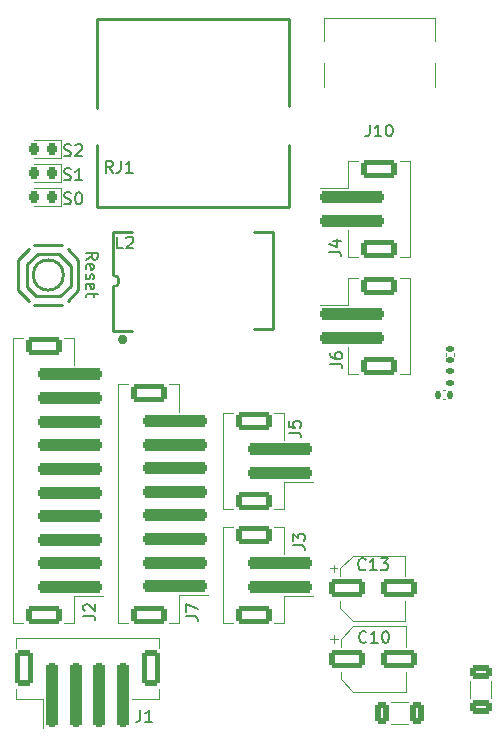
<source format=gbr>
%TF.GenerationSoftware,KiCad,Pcbnew,8.0.0*%
%TF.CreationDate,2024-03-22T12:56:57+01:00*%
%TF.ProjectId,WCH-ETH-LOW,5743482d-4554-4482-9d4c-4f572e6b6963,rev?*%
%TF.SameCoordinates,Original*%
%TF.FileFunction,Legend,Top*%
%TF.FilePolarity,Positive*%
%FSLAX46Y46*%
G04 Gerber Fmt 4.6, Leading zero omitted, Abs format (unit mm)*
G04 Created by KiCad (PCBNEW 8.0.0) date 2024-03-22 12:56:57*
%MOMM*%
%LPD*%
G01*
G04 APERTURE LIST*
G04 Aperture macros list*
%AMRoundRect*
0 Rectangle with rounded corners*
0 $1 Rounding radius*
0 $2 $3 $4 $5 $6 $7 $8 $9 X,Y pos of 4 corners*
0 Add a 4 corners polygon primitive as box body*
4,1,4,$2,$3,$4,$5,$6,$7,$8,$9,$2,$3,0*
0 Add four circle primitives for the rounded corners*
1,1,$1+$1,$2,$3*
1,1,$1+$1,$4,$5*
1,1,$1+$1,$6,$7*
1,1,$1+$1,$8,$9*
0 Add four rect primitives between the rounded corners*
20,1,$1+$1,$2,$3,$4,$5,0*
20,1,$1+$1,$4,$5,$6,$7,0*
20,1,$1+$1,$6,$7,$8,$9,0*
20,1,$1+$1,$8,$9,$2,$3,0*%
G04 Aperture macros list end*
%ADD10C,0.150000*%
%ADD11C,0.120000*%
%ADD12C,0.250000*%
%ADD13C,0.400000*%
%ADD14RoundRect,0.250000X2.500000X-0.250000X2.500000X0.250000X-2.500000X0.250000X-2.500000X-0.250000X0*%
%ADD15RoundRect,0.250000X1.250000X-0.550000X1.250000X0.550000X-1.250000X0.550000X-1.250000X-0.550000X0*%
%ADD16RoundRect,0.250000X-2.500000X0.250000X-2.500000X-0.250000X2.500000X-0.250000X2.500000X0.250000X0*%
%ADD17RoundRect,0.250000X-1.250000X0.550000X-1.250000X-0.550000X1.250000X-0.550000X1.250000X0.550000X0*%
%ADD18RoundRect,0.218750X0.218750X0.256250X-0.218750X0.256250X-0.218750X-0.256250X0.218750X-0.256250X0*%
%ADD19RoundRect,0.147500X-0.172500X0.147500X-0.172500X-0.147500X0.172500X-0.147500X0.172500X0.147500X0*%
%ADD20C,0.650000*%
%ADD21R,0.600000X1.450000*%
%ADD22R,0.300000X1.450000*%
%ADD23O,1.000000X2.100000*%
%ADD24O,1.000000X1.600000*%
%ADD25C,3.200000*%
%ADD26R,0.750000X2.000000*%
%ADD27C,3.600000*%
%ADD28C,5.600000*%
%ADD29RoundRect,0.250000X-0.650000X0.325000X-0.650000X-0.325000X0.650000X-0.325000X0.650000X0.325000X0*%
%ADD30RoundRect,0.250000X-1.250000X-0.550000X1.250000X-0.550000X1.250000X0.550000X-1.250000X0.550000X0*%
%ADD31RoundRect,0.140000X0.170000X-0.140000X0.170000X0.140000X-0.170000X0.140000X-0.170000X-0.140000X0*%
%ADD32RoundRect,0.140000X0.140000X0.170000X-0.140000X0.170000X-0.140000X-0.170000X0.140000X-0.170000X0*%
%ADD33C,2.500000*%
%ADD34C,1.520000*%
%ADD35C,3.300000*%
%ADD36C,1.524000*%
%ADD37RoundRect,0.250000X0.325000X0.650000X-0.325000X0.650000X-0.325000X-0.650000X0.325000X-0.650000X0*%
%ADD38R,1.000000X1.700000*%
%ADD39RoundRect,0.250000X-0.250000X-2.500000X0.250000X-2.500000X0.250000X2.500000X-0.250000X2.500000X0*%
%ADD40RoundRect,0.250000X-0.550000X-1.250000X0.550000X-1.250000X0.550000X1.250000X-0.550000X1.250000X0*%
%ADD41C,0.990600*%
G04 APERTURE END LIST*
D10*
X78990160Y-82345200D02*
X79133017Y-82392819D01*
X79133017Y-82392819D02*
X79371112Y-82392819D01*
X79371112Y-82392819D02*
X79466350Y-82345200D01*
X79466350Y-82345200D02*
X79513969Y-82297580D01*
X79513969Y-82297580D02*
X79561588Y-82202342D01*
X79561588Y-82202342D02*
X79561588Y-82107104D01*
X79561588Y-82107104D02*
X79513969Y-82011866D01*
X79513969Y-82011866D02*
X79466350Y-81964247D01*
X79466350Y-81964247D02*
X79371112Y-81916628D01*
X79371112Y-81916628D02*
X79180636Y-81869009D01*
X79180636Y-81869009D02*
X79085398Y-81821390D01*
X79085398Y-81821390D02*
X79037779Y-81773771D01*
X79037779Y-81773771D02*
X78990160Y-81678533D01*
X78990160Y-81678533D02*
X78990160Y-81583295D01*
X78990160Y-81583295D02*
X79037779Y-81488057D01*
X79037779Y-81488057D02*
X79085398Y-81440438D01*
X79085398Y-81440438D02*
X79180636Y-81392819D01*
X79180636Y-81392819D02*
X79418731Y-81392819D01*
X79418731Y-81392819D02*
X79561588Y-81440438D01*
X79942541Y-81488057D02*
X79990160Y-81440438D01*
X79990160Y-81440438D02*
X80085398Y-81392819D01*
X80085398Y-81392819D02*
X80323493Y-81392819D01*
X80323493Y-81392819D02*
X80418731Y-81440438D01*
X80418731Y-81440438D02*
X80466350Y-81488057D01*
X80466350Y-81488057D02*
X80513969Y-81583295D01*
X80513969Y-81583295D02*
X80513969Y-81678533D01*
X80513969Y-81678533D02*
X80466350Y-81821390D01*
X80466350Y-81821390D02*
X79894922Y-82392819D01*
X79894922Y-82392819D02*
X80513969Y-82392819D01*
X78990160Y-86409200D02*
X79133017Y-86456819D01*
X79133017Y-86456819D02*
X79371112Y-86456819D01*
X79371112Y-86456819D02*
X79466350Y-86409200D01*
X79466350Y-86409200D02*
X79513969Y-86361580D01*
X79513969Y-86361580D02*
X79561588Y-86266342D01*
X79561588Y-86266342D02*
X79561588Y-86171104D01*
X79561588Y-86171104D02*
X79513969Y-86075866D01*
X79513969Y-86075866D02*
X79466350Y-86028247D01*
X79466350Y-86028247D02*
X79371112Y-85980628D01*
X79371112Y-85980628D02*
X79180636Y-85933009D01*
X79180636Y-85933009D02*
X79085398Y-85885390D01*
X79085398Y-85885390D02*
X79037779Y-85837771D01*
X79037779Y-85837771D02*
X78990160Y-85742533D01*
X78990160Y-85742533D02*
X78990160Y-85647295D01*
X78990160Y-85647295D02*
X79037779Y-85552057D01*
X79037779Y-85552057D02*
X79085398Y-85504438D01*
X79085398Y-85504438D02*
X79180636Y-85456819D01*
X79180636Y-85456819D02*
X79418731Y-85456819D01*
X79418731Y-85456819D02*
X79561588Y-85504438D01*
X80180636Y-85456819D02*
X80275874Y-85456819D01*
X80275874Y-85456819D02*
X80371112Y-85504438D01*
X80371112Y-85504438D02*
X80418731Y-85552057D01*
X80418731Y-85552057D02*
X80466350Y-85647295D01*
X80466350Y-85647295D02*
X80513969Y-85837771D01*
X80513969Y-85837771D02*
X80513969Y-86075866D01*
X80513969Y-86075866D02*
X80466350Y-86266342D01*
X80466350Y-86266342D02*
X80418731Y-86361580D01*
X80418731Y-86361580D02*
X80371112Y-86409200D01*
X80371112Y-86409200D02*
X80275874Y-86456819D01*
X80275874Y-86456819D02*
X80180636Y-86456819D01*
X80180636Y-86456819D02*
X80085398Y-86409200D01*
X80085398Y-86409200D02*
X80037779Y-86361580D01*
X80037779Y-86361580D02*
X79990160Y-86266342D01*
X79990160Y-86266342D02*
X79942541Y-86075866D01*
X79942541Y-86075866D02*
X79942541Y-85837771D01*
X79942541Y-85837771D02*
X79990160Y-85647295D01*
X79990160Y-85647295D02*
X80037779Y-85552057D01*
X80037779Y-85552057D02*
X80085398Y-85504438D01*
X80085398Y-85504438D02*
X80180636Y-85456819D01*
X78990160Y-84377200D02*
X79133017Y-84424819D01*
X79133017Y-84424819D02*
X79371112Y-84424819D01*
X79371112Y-84424819D02*
X79466350Y-84377200D01*
X79466350Y-84377200D02*
X79513969Y-84329580D01*
X79513969Y-84329580D02*
X79561588Y-84234342D01*
X79561588Y-84234342D02*
X79561588Y-84139104D01*
X79561588Y-84139104D02*
X79513969Y-84043866D01*
X79513969Y-84043866D02*
X79466350Y-83996247D01*
X79466350Y-83996247D02*
X79371112Y-83948628D01*
X79371112Y-83948628D02*
X79180636Y-83901009D01*
X79180636Y-83901009D02*
X79085398Y-83853390D01*
X79085398Y-83853390D02*
X79037779Y-83805771D01*
X79037779Y-83805771D02*
X78990160Y-83710533D01*
X78990160Y-83710533D02*
X78990160Y-83615295D01*
X78990160Y-83615295D02*
X79037779Y-83520057D01*
X79037779Y-83520057D02*
X79085398Y-83472438D01*
X79085398Y-83472438D02*
X79180636Y-83424819D01*
X79180636Y-83424819D02*
X79418731Y-83424819D01*
X79418731Y-83424819D02*
X79561588Y-83472438D01*
X80513969Y-84424819D02*
X79942541Y-84424819D01*
X80228255Y-84424819D02*
X80228255Y-83424819D01*
X80228255Y-83424819D02*
X80133017Y-83567676D01*
X80133017Y-83567676D02*
X80037779Y-83662914D01*
X80037779Y-83662914D02*
X79942541Y-83710533D01*
X80836680Y-91142965D02*
X81312871Y-90809632D01*
X80836680Y-90571537D02*
X81836680Y-90571537D01*
X81836680Y-90571537D02*
X81836680Y-90952489D01*
X81836680Y-90952489D02*
X81789061Y-91047727D01*
X81789061Y-91047727D02*
X81741442Y-91095346D01*
X81741442Y-91095346D02*
X81646204Y-91142965D01*
X81646204Y-91142965D02*
X81503347Y-91142965D01*
X81503347Y-91142965D02*
X81408109Y-91095346D01*
X81408109Y-91095346D02*
X81360490Y-91047727D01*
X81360490Y-91047727D02*
X81312871Y-90952489D01*
X81312871Y-90952489D02*
X81312871Y-90571537D01*
X80884300Y-91952489D02*
X80836680Y-91857251D01*
X80836680Y-91857251D02*
X80836680Y-91666775D01*
X80836680Y-91666775D02*
X80884300Y-91571537D01*
X80884300Y-91571537D02*
X80979538Y-91523918D01*
X80979538Y-91523918D02*
X81360490Y-91523918D01*
X81360490Y-91523918D02*
X81455728Y-91571537D01*
X81455728Y-91571537D02*
X81503347Y-91666775D01*
X81503347Y-91666775D02*
X81503347Y-91857251D01*
X81503347Y-91857251D02*
X81455728Y-91952489D01*
X81455728Y-91952489D02*
X81360490Y-92000108D01*
X81360490Y-92000108D02*
X81265252Y-92000108D01*
X81265252Y-92000108D02*
X81170014Y-91523918D01*
X80884300Y-92381061D02*
X80836680Y-92476299D01*
X80836680Y-92476299D02*
X80836680Y-92666775D01*
X80836680Y-92666775D02*
X80884300Y-92762013D01*
X80884300Y-92762013D02*
X80979538Y-92809632D01*
X80979538Y-92809632D02*
X81027157Y-92809632D01*
X81027157Y-92809632D02*
X81122395Y-92762013D01*
X81122395Y-92762013D02*
X81170014Y-92666775D01*
X81170014Y-92666775D02*
X81170014Y-92523918D01*
X81170014Y-92523918D02*
X81217633Y-92428680D01*
X81217633Y-92428680D02*
X81312871Y-92381061D01*
X81312871Y-92381061D02*
X81360490Y-92381061D01*
X81360490Y-92381061D02*
X81455728Y-92428680D01*
X81455728Y-92428680D02*
X81503347Y-92523918D01*
X81503347Y-92523918D02*
X81503347Y-92666775D01*
X81503347Y-92666775D02*
X81455728Y-92762013D01*
X80884300Y-93619156D02*
X80836680Y-93523918D01*
X80836680Y-93523918D02*
X80836680Y-93333442D01*
X80836680Y-93333442D02*
X80884300Y-93238204D01*
X80884300Y-93238204D02*
X80979538Y-93190585D01*
X80979538Y-93190585D02*
X81360490Y-93190585D01*
X81360490Y-93190585D02*
X81455728Y-93238204D01*
X81455728Y-93238204D02*
X81503347Y-93333442D01*
X81503347Y-93333442D02*
X81503347Y-93523918D01*
X81503347Y-93523918D02*
X81455728Y-93619156D01*
X81455728Y-93619156D02*
X81360490Y-93666775D01*
X81360490Y-93666775D02*
X81265252Y-93666775D01*
X81265252Y-93666775D02*
X81170014Y-93190585D01*
X81503347Y-93952490D02*
X81503347Y-94333442D01*
X81836680Y-94095347D02*
X80979538Y-94095347D01*
X80979538Y-94095347D02*
X80884300Y-94142966D01*
X80884300Y-94142966D02*
X80836680Y-94238204D01*
X80836680Y-94238204D02*
X80836680Y-94333442D01*
X80633219Y-121313533D02*
X81347504Y-121313533D01*
X81347504Y-121313533D02*
X81490361Y-121361152D01*
X81490361Y-121361152D02*
X81585600Y-121456390D01*
X81585600Y-121456390D02*
X81633219Y-121599247D01*
X81633219Y-121599247D02*
X81633219Y-121694485D01*
X80728457Y-120884961D02*
X80680838Y-120837342D01*
X80680838Y-120837342D02*
X80633219Y-120742104D01*
X80633219Y-120742104D02*
X80633219Y-120504009D01*
X80633219Y-120504009D02*
X80680838Y-120408771D01*
X80680838Y-120408771D02*
X80728457Y-120361152D01*
X80728457Y-120361152D02*
X80823695Y-120313533D01*
X80823695Y-120313533D02*
X80918933Y-120313533D01*
X80918933Y-120313533D02*
X81061790Y-120361152D01*
X81061790Y-120361152D02*
X81633219Y-120932580D01*
X81633219Y-120932580D02*
X81633219Y-120313533D01*
X101537419Y-99977533D02*
X102251704Y-99977533D01*
X102251704Y-99977533D02*
X102394561Y-100025152D01*
X102394561Y-100025152D02*
X102489800Y-100120390D01*
X102489800Y-100120390D02*
X102537419Y-100263247D01*
X102537419Y-100263247D02*
X102537419Y-100358485D01*
X101537419Y-99072771D02*
X101537419Y-99263247D01*
X101537419Y-99263247D02*
X101585038Y-99358485D01*
X101585038Y-99358485D02*
X101632657Y-99406104D01*
X101632657Y-99406104D02*
X101775514Y-99501342D01*
X101775514Y-99501342D02*
X101965990Y-99548961D01*
X101965990Y-99548961D02*
X102346942Y-99548961D01*
X102346942Y-99548961D02*
X102442180Y-99501342D01*
X102442180Y-99501342D02*
X102489800Y-99453723D01*
X102489800Y-99453723D02*
X102537419Y-99358485D01*
X102537419Y-99358485D02*
X102537419Y-99168009D01*
X102537419Y-99168009D02*
X102489800Y-99072771D01*
X102489800Y-99072771D02*
X102442180Y-99025152D01*
X102442180Y-99025152D02*
X102346942Y-98977533D01*
X102346942Y-98977533D02*
X102108847Y-98977533D01*
X102108847Y-98977533D02*
X102013609Y-99025152D01*
X102013609Y-99025152D02*
X101965990Y-99072771D01*
X101965990Y-99072771D02*
X101918371Y-99168009D01*
X101918371Y-99168009D02*
X101918371Y-99358485D01*
X101918371Y-99358485D02*
X101965990Y-99453723D01*
X101965990Y-99453723D02*
X102013609Y-99501342D01*
X102013609Y-99501342D02*
X102108847Y-99548961D01*
X104854476Y-79723819D02*
X104854476Y-80438104D01*
X104854476Y-80438104D02*
X104806857Y-80580961D01*
X104806857Y-80580961D02*
X104711619Y-80676200D01*
X104711619Y-80676200D02*
X104568762Y-80723819D01*
X104568762Y-80723819D02*
X104473524Y-80723819D01*
X105854476Y-80723819D02*
X105283048Y-80723819D01*
X105568762Y-80723819D02*
X105568762Y-79723819D01*
X105568762Y-79723819D02*
X105473524Y-79866676D01*
X105473524Y-79866676D02*
X105378286Y-79961914D01*
X105378286Y-79961914D02*
X105283048Y-80009533D01*
X106473524Y-79723819D02*
X106568762Y-79723819D01*
X106568762Y-79723819D02*
X106664000Y-79771438D01*
X106664000Y-79771438D02*
X106711619Y-79819057D01*
X106711619Y-79819057D02*
X106759238Y-79914295D01*
X106759238Y-79914295D02*
X106806857Y-80104771D01*
X106806857Y-80104771D02*
X106806857Y-80342866D01*
X106806857Y-80342866D02*
X106759238Y-80533342D01*
X106759238Y-80533342D02*
X106711619Y-80628580D01*
X106711619Y-80628580D02*
X106664000Y-80676200D01*
X106664000Y-80676200D02*
X106568762Y-80723819D01*
X106568762Y-80723819D02*
X106473524Y-80723819D01*
X106473524Y-80723819D02*
X106378286Y-80676200D01*
X106378286Y-80676200D02*
X106330667Y-80628580D01*
X106330667Y-80628580D02*
X106283048Y-80533342D01*
X106283048Y-80533342D02*
X106235429Y-80342866D01*
X106235429Y-80342866D02*
X106235429Y-80104771D01*
X106235429Y-80104771D02*
X106283048Y-79914295D01*
X106283048Y-79914295D02*
X106330667Y-79819057D01*
X106330667Y-79819057D02*
X106378286Y-79771438D01*
X106378286Y-79771438D02*
X106473524Y-79723819D01*
X83983533Y-90193019D02*
X83507343Y-90193019D01*
X83507343Y-90193019D02*
X83507343Y-89193019D01*
X84269248Y-89288257D02*
X84316867Y-89240638D01*
X84316867Y-89240638D02*
X84412105Y-89193019D01*
X84412105Y-89193019D02*
X84650200Y-89193019D01*
X84650200Y-89193019D02*
X84745438Y-89240638D01*
X84745438Y-89240638D02*
X84793057Y-89288257D01*
X84793057Y-89288257D02*
X84840676Y-89383495D01*
X84840676Y-89383495D02*
X84840676Y-89478733D01*
X84840676Y-89478733D02*
X84793057Y-89621590D01*
X84793057Y-89621590D02*
X84221629Y-90193019D01*
X84221629Y-90193019D02*
X84840676Y-90193019D01*
X89320019Y-121364333D02*
X90034304Y-121364333D01*
X90034304Y-121364333D02*
X90177161Y-121411952D01*
X90177161Y-121411952D02*
X90272400Y-121507190D01*
X90272400Y-121507190D02*
X90320019Y-121650047D01*
X90320019Y-121650047D02*
X90320019Y-121745285D01*
X89320019Y-120983380D02*
X89320019Y-120316714D01*
X89320019Y-120316714D02*
X90320019Y-120745285D01*
X104589342Y-123498780D02*
X104541723Y-123546400D01*
X104541723Y-123546400D02*
X104398866Y-123594019D01*
X104398866Y-123594019D02*
X104303628Y-123594019D01*
X104303628Y-123594019D02*
X104160771Y-123546400D01*
X104160771Y-123546400D02*
X104065533Y-123451161D01*
X104065533Y-123451161D02*
X104017914Y-123355923D01*
X104017914Y-123355923D02*
X103970295Y-123165447D01*
X103970295Y-123165447D02*
X103970295Y-123022590D01*
X103970295Y-123022590D02*
X104017914Y-122832114D01*
X104017914Y-122832114D02*
X104065533Y-122736876D01*
X104065533Y-122736876D02*
X104160771Y-122641638D01*
X104160771Y-122641638D02*
X104303628Y-122594019D01*
X104303628Y-122594019D02*
X104398866Y-122594019D01*
X104398866Y-122594019D02*
X104541723Y-122641638D01*
X104541723Y-122641638D02*
X104589342Y-122689257D01*
X105541723Y-123594019D02*
X104970295Y-123594019D01*
X105256009Y-123594019D02*
X105256009Y-122594019D01*
X105256009Y-122594019D02*
X105160771Y-122736876D01*
X105160771Y-122736876D02*
X105065533Y-122832114D01*
X105065533Y-122832114D02*
X104970295Y-122879733D01*
X106160771Y-122594019D02*
X106256009Y-122594019D01*
X106256009Y-122594019D02*
X106351247Y-122641638D01*
X106351247Y-122641638D02*
X106398866Y-122689257D01*
X106398866Y-122689257D02*
X106446485Y-122784495D01*
X106446485Y-122784495D02*
X106494104Y-122974971D01*
X106494104Y-122974971D02*
X106494104Y-123213066D01*
X106494104Y-123213066D02*
X106446485Y-123403542D01*
X106446485Y-123403542D02*
X106398866Y-123498780D01*
X106398866Y-123498780D02*
X106351247Y-123546400D01*
X106351247Y-123546400D02*
X106256009Y-123594019D01*
X106256009Y-123594019D02*
X106160771Y-123594019D01*
X106160771Y-123594019D02*
X106065533Y-123546400D01*
X106065533Y-123546400D02*
X106017914Y-123498780D01*
X106017914Y-123498780D02*
X105970295Y-123403542D01*
X105970295Y-123403542D02*
X105922676Y-123213066D01*
X105922676Y-123213066D02*
X105922676Y-122974971D01*
X105922676Y-122974971D02*
X105970295Y-122784495D01*
X105970295Y-122784495D02*
X106017914Y-122689257D01*
X106017914Y-122689257D02*
X106065533Y-122641638D01*
X106065533Y-122641638D02*
X106160771Y-122594019D01*
X98387819Y-115344533D02*
X99102104Y-115344533D01*
X99102104Y-115344533D02*
X99244961Y-115392152D01*
X99244961Y-115392152D02*
X99340200Y-115487390D01*
X99340200Y-115487390D02*
X99387819Y-115630247D01*
X99387819Y-115630247D02*
X99387819Y-115725485D01*
X98387819Y-114963580D02*
X98387819Y-114344533D01*
X98387819Y-114344533D02*
X98768771Y-114677866D01*
X98768771Y-114677866D02*
X98768771Y-114535009D01*
X98768771Y-114535009D02*
X98816390Y-114439771D01*
X98816390Y-114439771D02*
X98864009Y-114392152D01*
X98864009Y-114392152D02*
X98959247Y-114344533D01*
X98959247Y-114344533D02*
X99197342Y-114344533D01*
X99197342Y-114344533D02*
X99292580Y-114392152D01*
X99292580Y-114392152D02*
X99340200Y-114439771D01*
X99340200Y-114439771D02*
X99387819Y-114535009D01*
X99387819Y-114535009D02*
X99387819Y-114820723D01*
X99387819Y-114820723D02*
X99340200Y-114915961D01*
X99340200Y-114915961D02*
X99292580Y-114963580D01*
X83094580Y-83792219D02*
X82761247Y-83316028D01*
X82523152Y-83792219D02*
X82523152Y-82792219D01*
X82523152Y-82792219D02*
X82904104Y-82792219D01*
X82904104Y-82792219D02*
X82999342Y-82839838D01*
X82999342Y-82839838D02*
X83046961Y-82887457D01*
X83046961Y-82887457D02*
X83094580Y-82982695D01*
X83094580Y-82982695D02*
X83094580Y-83125552D01*
X83094580Y-83125552D02*
X83046961Y-83220790D01*
X83046961Y-83220790D02*
X82999342Y-83268409D01*
X82999342Y-83268409D02*
X82904104Y-83316028D01*
X82904104Y-83316028D02*
X82523152Y-83316028D01*
X83808866Y-82792219D02*
X83808866Y-83506504D01*
X83808866Y-83506504D02*
X83761247Y-83649361D01*
X83761247Y-83649361D02*
X83666009Y-83744600D01*
X83666009Y-83744600D02*
X83523152Y-83792219D01*
X83523152Y-83792219D02*
X83427914Y-83792219D01*
X84808866Y-83792219D02*
X84237438Y-83792219D01*
X84523152Y-83792219D02*
X84523152Y-82792219D01*
X84523152Y-82792219D02*
X84427914Y-82935076D01*
X84427914Y-82935076D02*
X84332676Y-83030314D01*
X84332676Y-83030314D02*
X84237438Y-83077933D01*
X104513142Y-117351980D02*
X104465523Y-117399600D01*
X104465523Y-117399600D02*
X104322666Y-117447219D01*
X104322666Y-117447219D02*
X104227428Y-117447219D01*
X104227428Y-117447219D02*
X104084571Y-117399600D01*
X104084571Y-117399600D02*
X103989333Y-117304361D01*
X103989333Y-117304361D02*
X103941714Y-117209123D01*
X103941714Y-117209123D02*
X103894095Y-117018647D01*
X103894095Y-117018647D02*
X103894095Y-116875790D01*
X103894095Y-116875790D02*
X103941714Y-116685314D01*
X103941714Y-116685314D02*
X103989333Y-116590076D01*
X103989333Y-116590076D02*
X104084571Y-116494838D01*
X104084571Y-116494838D02*
X104227428Y-116447219D01*
X104227428Y-116447219D02*
X104322666Y-116447219D01*
X104322666Y-116447219D02*
X104465523Y-116494838D01*
X104465523Y-116494838D02*
X104513142Y-116542457D01*
X105465523Y-117447219D02*
X104894095Y-117447219D01*
X105179809Y-117447219D02*
X105179809Y-116447219D01*
X105179809Y-116447219D02*
X105084571Y-116590076D01*
X105084571Y-116590076D02*
X104989333Y-116685314D01*
X104989333Y-116685314D02*
X104894095Y-116732933D01*
X105798857Y-116447219D02*
X106417904Y-116447219D01*
X106417904Y-116447219D02*
X106084571Y-116828171D01*
X106084571Y-116828171D02*
X106227428Y-116828171D01*
X106227428Y-116828171D02*
X106322666Y-116875790D01*
X106322666Y-116875790D02*
X106370285Y-116923409D01*
X106370285Y-116923409D02*
X106417904Y-117018647D01*
X106417904Y-117018647D02*
X106417904Y-117256742D01*
X106417904Y-117256742D02*
X106370285Y-117351980D01*
X106370285Y-117351980D02*
X106322666Y-117399600D01*
X106322666Y-117399600D02*
X106227428Y-117447219D01*
X106227428Y-117447219D02*
X105941714Y-117447219D01*
X105941714Y-117447219D02*
X105846476Y-117399600D01*
X105846476Y-117399600D02*
X105798857Y-117351980D01*
X101435819Y-90477933D02*
X102150104Y-90477933D01*
X102150104Y-90477933D02*
X102292961Y-90525552D01*
X102292961Y-90525552D02*
X102388200Y-90620790D01*
X102388200Y-90620790D02*
X102435819Y-90763647D01*
X102435819Y-90763647D02*
X102435819Y-90858885D01*
X101769152Y-89573171D02*
X102435819Y-89573171D01*
X101388200Y-89811266D02*
X102102485Y-90049361D01*
X102102485Y-90049361D02*
X102102485Y-89430314D01*
X98032219Y-105794133D02*
X98746504Y-105794133D01*
X98746504Y-105794133D02*
X98889361Y-105841752D01*
X98889361Y-105841752D02*
X98984600Y-105936990D01*
X98984600Y-105936990D02*
X99032219Y-106079847D01*
X99032219Y-106079847D02*
X99032219Y-106175085D01*
X98032219Y-104841752D02*
X98032219Y-105317942D01*
X98032219Y-105317942D02*
X98508409Y-105365561D01*
X98508409Y-105365561D02*
X98460790Y-105317942D01*
X98460790Y-105317942D02*
X98413171Y-105222704D01*
X98413171Y-105222704D02*
X98413171Y-104984609D01*
X98413171Y-104984609D02*
X98460790Y-104889371D01*
X98460790Y-104889371D02*
X98508409Y-104841752D01*
X98508409Y-104841752D02*
X98603647Y-104794133D01*
X98603647Y-104794133D02*
X98841742Y-104794133D01*
X98841742Y-104794133D02*
X98936980Y-104841752D01*
X98936980Y-104841752D02*
X98984600Y-104889371D01*
X98984600Y-104889371D02*
X99032219Y-104984609D01*
X99032219Y-104984609D02*
X99032219Y-105222704D01*
X99032219Y-105222704D02*
X98984600Y-105317942D01*
X98984600Y-105317942D02*
X98936980Y-105365561D01*
X85442466Y-129274219D02*
X85442466Y-129988504D01*
X85442466Y-129988504D02*
X85394847Y-130131361D01*
X85394847Y-130131361D02*
X85299609Y-130226600D01*
X85299609Y-130226600D02*
X85156752Y-130274219D01*
X85156752Y-130274219D02*
X85061514Y-130274219D01*
X86442466Y-130274219D02*
X85871038Y-130274219D01*
X86156752Y-130274219D02*
X86156752Y-129274219D01*
X86156752Y-129274219D02*
X86061514Y-129417076D01*
X86061514Y-129417076D02*
X85966276Y-129512314D01*
X85966276Y-129512314D02*
X85871038Y-129559933D01*
D11*
%TO.C,J2*%
X74642000Y-121957000D02*
X74642000Y-97787000D01*
X75492000Y-121957000D02*
X74642000Y-121957000D01*
X79012000Y-121957000D02*
X79862000Y-121957000D01*
X79862000Y-121957000D02*
X79862000Y-119632000D01*
X79862000Y-119632000D02*
X82252000Y-119632000D01*
X74642000Y-97787000D02*
X75492000Y-97787000D01*
X79012000Y-97787000D02*
X79862000Y-97787000D01*
X79862000Y-97787000D02*
X79862000Y-100112000D01*
%TO.C,J6*%
X108254000Y-92689000D02*
X108254000Y-100859000D01*
X107404000Y-92689000D02*
X108254000Y-92689000D01*
X103884000Y-92689000D02*
X103034000Y-92689000D01*
X103034000Y-92689000D02*
X103034000Y-95014000D01*
X103034000Y-95014000D02*
X100644000Y-95014000D01*
X108254000Y-100859000D02*
X107404000Y-100859000D01*
X103884000Y-100859000D02*
X103034000Y-100859000D01*
X103034000Y-100859000D02*
X103034000Y-98534000D01*
%TO.C,D26*%
X78701000Y-84555000D02*
X78701000Y-83085000D01*
X78701000Y-83085000D02*
X76416000Y-83085000D01*
X76416000Y-84555000D02*
X78701000Y-84555000D01*
%TO.C,J10*%
X110364000Y-76524000D02*
X110364000Y-74524000D01*
X110364000Y-72624000D02*
X110364000Y-70724000D01*
X110364000Y-70724000D02*
X100964000Y-70724000D01*
X100964000Y-76524000D02*
X100964000Y-74524000D01*
X100964000Y-72624000D02*
X100964000Y-70724000D01*
D12*
%TO.C,L2*%
X83132000Y-88773000D02*
X83132000Y-92454000D01*
X83132000Y-88773000D02*
X84762000Y-88773000D01*
X83132000Y-97155000D02*
X83132000Y-93474000D01*
X84762000Y-97155000D02*
X83132000Y-97155000D01*
X95070000Y-88792000D02*
X96700000Y-88792000D01*
X96700000Y-88792000D02*
X96700000Y-97028000D01*
X96700000Y-97028000D02*
X95070000Y-97028000D01*
X83132000Y-92454000D02*
G75*
G02*
X83132000Y-93474000I0J-510000D01*
G01*
D13*
X84147000Y-97917000D02*
G75*
G02*
X83747000Y-97917000I-200000J0D01*
G01*
X83747000Y-97917000D02*
G75*
G02*
X84147000Y-97917000I200000J0D01*
G01*
D11*
%TO.C,D19*%
X78701000Y-86587000D02*
X78701000Y-85117000D01*
X78701000Y-85117000D02*
X76416000Y-85117000D01*
X76416000Y-86587000D02*
X78701000Y-86587000D01*
%TO.C,J7*%
X83532000Y-121893000D02*
X83532000Y-101723000D01*
X84382000Y-121893000D02*
X83532000Y-121893000D01*
X87902000Y-121893000D02*
X88752000Y-121893000D01*
X88752000Y-121893000D02*
X88752000Y-119568000D01*
X88752000Y-119568000D02*
X91142000Y-119568000D01*
X83532000Y-101723000D02*
X84382000Y-101723000D01*
X87902000Y-101723000D02*
X88752000Y-101723000D01*
X88752000Y-101723000D02*
X88752000Y-104048000D01*
%TO.C,C43*%
X115160000Y-126828748D02*
X115160000Y-128251252D01*
X113340000Y-126828748D02*
X113340000Y-128251252D01*
%TO.C,C10*%
X101531000Y-123283000D02*
X102156000Y-123283000D01*
X101843500Y-122970500D02*
X101843500Y-123595500D01*
X102396000Y-123272437D02*
X102396000Y-123908000D01*
X102396000Y-123272437D02*
X103460437Y-122208000D01*
X102396000Y-126663563D02*
X102396000Y-126028000D01*
X102396000Y-126663563D02*
X103460437Y-127728000D01*
X103460437Y-122208000D02*
X107916000Y-122208000D01*
X103460437Y-127728000D02*
X107916000Y-127728000D01*
X107916000Y-122208000D02*
X107916000Y-123908000D01*
X107916000Y-127728000D02*
X107916000Y-126028000D01*
%TO.C,J3*%
X92422000Y-121957000D02*
X92422000Y-113787000D01*
X93272000Y-121957000D02*
X92422000Y-121957000D01*
X96792000Y-121957000D02*
X97642000Y-121957000D01*
X97642000Y-121957000D02*
X97642000Y-119632000D01*
X97642000Y-119632000D02*
X100032000Y-119632000D01*
X92422000Y-113787000D02*
X93272000Y-113787000D01*
X96792000Y-113787000D02*
X97642000Y-113787000D01*
X97642000Y-113787000D02*
X97642000Y-116112000D01*
%TO.C,C42*%
X111300000Y-99287836D02*
X111300000Y-99072164D01*
X112020000Y-99287836D02*
X112020000Y-99072164D01*
%TO.C,D27*%
X78701000Y-82523000D02*
X78701000Y-81053000D01*
X78701000Y-81053000D02*
X76416000Y-81053000D01*
X76416000Y-82523000D02*
X78701000Y-82523000D01*
%TO.C,C45*%
X111267836Y-102940000D02*
X111052164Y-102940000D01*
X111267836Y-102220000D02*
X111052164Y-102220000D01*
D12*
%TO.C,RJ1*%
X98046000Y-78165000D02*
X98046000Y-70805000D01*
X98046000Y-70805000D02*
X81786000Y-70805000D01*
X81786000Y-70805000D02*
X81786000Y-78295000D01*
X81786000Y-81465000D02*
X81786000Y-86675000D01*
X81786000Y-86675000D02*
X98046000Y-86675000D01*
X98046000Y-86675000D02*
X98046000Y-81465000D01*
D11*
%TO.C,C13*%
X101505000Y-117285000D02*
X102130000Y-117285000D01*
X101817500Y-116972500D02*
X101817500Y-117597500D01*
X102370000Y-117274437D02*
X102370000Y-117910000D01*
X102370000Y-117274437D02*
X103434437Y-116210000D01*
X102370000Y-120665563D02*
X102370000Y-120030000D01*
X102370000Y-120665563D02*
X103434437Y-121730000D01*
X103434437Y-116210000D02*
X107890000Y-116210000D01*
X103434437Y-121730000D02*
X107890000Y-121730000D01*
X107890000Y-116210000D02*
X107890000Y-117910000D01*
X107890000Y-121730000D02*
X107890000Y-120030000D01*
%TO.C,J4*%
X108254000Y-82783000D02*
X108254000Y-90953000D01*
X107404000Y-82783000D02*
X108254000Y-82783000D01*
X103884000Y-82783000D02*
X103034000Y-82783000D01*
X103034000Y-82783000D02*
X103034000Y-85108000D01*
X103034000Y-85108000D02*
X100644000Y-85108000D01*
X108254000Y-90953000D02*
X107404000Y-90953000D01*
X103884000Y-90953000D02*
X103034000Y-90953000D01*
X103034000Y-90953000D02*
X103034000Y-88628000D01*
%TO.C,J5*%
X92422000Y-112305000D02*
X92422000Y-104135000D01*
X93272000Y-112305000D02*
X92422000Y-112305000D01*
X96792000Y-112305000D02*
X97642000Y-112305000D01*
X97642000Y-112305000D02*
X97642000Y-109980000D01*
X97642000Y-109980000D02*
X100032000Y-109980000D01*
X92422000Y-104135000D02*
X93272000Y-104135000D01*
X96792000Y-104135000D02*
X97642000Y-104135000D01*
X97642000Y-104135000D02*
X97642000Y-106460000D01*
%TO.C,C44*%
X108111252Y-130440000D02*
X106688748Y-130440000D01*
X108111252Y-128620000D02*
X106688748Y-128620000D01*
D12*
%TO.C,SW1*%
X75852000Y-93454000D02*
X75852000Y-91554000D01*
X75852000Y-91554000D02*
X76752000Y-90654000D01*
X76752000Y-90654000D02*
X78552000Y-90654000D01*
X78552000Y-90654000D02*
X79552000Y-91654000D01*
X79552000Y-91654000D02*
X79552000Y-93354000D01*
X79552000Y-93354000D02*
X78652000Y-94254000D01*
X78652000Y-94254000D02*
X76652000Y-94254000D01*
X76652000Y-94254000D02*
X75852000Y-93454000D01*
X75102000Y-91174000D02*
X75992000Y-90284000D01*
X76482000Y-89904000D02*
X78822000Y-89904000D01*
X79312000Y-90284000D02*
X80202000Y-91174000D01*
X76482000Y-95004000D02*
X78822000Y-95004000D01*
X79312000Y-94624000D02*
X80202000Y-93734000D01*
X75102000Y-93734000D02*
X75992000Y-94624000D01*
X80202000Y-93734000D02*
X80202000Y-91174000D01*
X75102000Y-93734000D02*
X75102000Y-91174000D01*
X78932000Y-92454000D02*
G75*
G02*
X76372000Y-92454000I-1280000J0D01*
G01*
X76372000Y-92454000D02*
G75*
G02*
X78932000Y-92454000I1280000J0D01*
G01*
D11*
%TO.C,J1*%
X74893000Y-123156000D02*
X87063000Y-123156000D01*
X74893000Y-124006000D02*
X74893000Y-123156000D01*
X74893000Y-127526000D02*
X74893000Y-128376000D01*
X74893000Y-128376000D02*
X77218000Y-128376000D01*
X77218000Y-128376000D02*
X77218000Y-130766000D01*
X87063000Y-123156000D02*
X87063000Y-124006000D01*
X87063000Y-127526000D02*
X87063000Y-128376000D01*
X87063000Y-128376000D02*
X84738000Y-128376000D01*
%TD*%
%LPC*%
D14*
%TO.C,J2*%
X79502000Y-118872000D03*
X79502000Y-116872000D03*
X79502000Y-114872000D03*
X79502000Y-112872000D03*
X79502000Y-110872000D03*
X79502000Y-108872000D03*
X79502000Y-106872000D03*
X79502000Y-104872000D03*
X79502000Y-102872000D03*
X79502000Y-100872000D03*
D15*
X77252000Y-121272000D03*
X77252000Y-98472000D03*
%TD*%
D16*
%TO.C,J6*%
X103394000Y-95774000D03*
X103394000Y-97774000D03*
D17*
X105644000Y-93374000D03*
X105644000Y-100174000D03*
%TD*%
D18*
%TO.C,D26*%
X78003500Y-83820000D03*
X76428500Y-83820000D03*
%TD*%
D19*
%TO.C,L4*%
X111660000Y-100595000D03*
X111660000Y-101565000D03*
%TD*%
D20*
%TO.C,J10*%
X108554000Y-77224000D03*
X102774000Y-77224000D03*
D21*
X108914000Y-78669000D03*
X108114000Y-78669000D03*
D22*
X106914000Y-78669000D03*
X105914000Y-78669000D03*
X105414000Y-78669000D03*
X104414000Y-78669000D03*
D21*
X103214000Y-78669000D03*
X102414000Y-78669000D03*
X102414000Y-78669000D03*
X103214000Y-78669000D03*
D22*
X103914000Y-78669000D03*
X104914000Y-78669000D03*
X106414000Y-78669000D03*
X107414000Y-78669000D03*
D21*
X108114000Y-78669000D03*
X108914000Y-78669000D03*
D23*
X109984000Y-77754000D03*
D24*
X109984000Y-73574000D03*
D23*
X101344000Y-77754000D03*
D24*
X101344000Y-73574000D03*
%TD*%
D25*
%TO.C,H3*%
X96160000Y-128080000D03*
%TD*%
D26*
%TO.C,L2*%
X85471000Y-97164000D03*
X86741000Y-97164000D03*
X88011000Y-97164000D03*
X89281000Y-97164000D03*
X90551000Y-97164000D03*
X91821000Y-97164000D03*
X93091000Y-97164000D03*
X94361000Y-97164000D03*
X94361000Y-88764000D03*
X93091000Y-88764000D03*
X91821000Y-88764000D03*
X90551000Y-88764000D03*
X89281000Y-88764000D03*
X88011000Y-88764000D03*
X86741000Y-88764000D03*
X85471000Y-88764000D03*
%TD*%
D18*
%TO.C,D19*%
X78003500Y-85852000D03*
X76428500Y-85852000D03*
%TD*%
D25*
%TO.C,H2*%
X115062000Y-75692000D03*
%TD*%
D14*
%TO.C,J7*%
X88392000Y-118808000D03*
X88392000Y-116808000D03*
X88392000Y-114808000D03*
X88392000Y-112808000D03*
X88392000Y-110808000D03*
X88392000Y-108808000D03*
X88392000Y-106808000D03*
X88392000Y-104808000D03*
D15*
X86142000Y-121208000D03*
X86142000Y-102408000D03*
%TD*%
D27*
%TO.C,H1*%
X76962000Y-75438000D03*
D28*
X76962000Y-75438000D03*
%TD*%
D29*
%TO.C,C43*%
X114250000Y-126065000D03*
X114250000Y-129015000D03*
%TD*%
D30*
%TO.C,C10*%
X102956000Y-124968000D03*
X107356000Y-124968000D03*
%TD*%
D14*
%TO.C,J3*%
X97282000Y-118872000D03*
X97282000Y-116872000D03*
D15*
X95032000Y-121272000D03*
X95032000Y-114472000D03*
%TD*%
D31*
%TO.C,C42*%
X111660000Y-99660000D03*
X111660000Y-98700000D03*
%TD*%
D18*
%TO.C,D27*%
X78003500Y-81788000D03*
X76428500Y-81788000D03*
%TD*%
D32*
%TO.C,C45*%
X111640000Y-102580000D03*
X110680000Y-102580000D03*
%TD*%
D33*
%TO.C,RJ1*%
X98046000Y-79835000D03*
X81786000Y-79835000D03*
D34*
X83056000Y-85405000D03*
X85346000Y-85405000D03*
X94486000Y-85405000D03*
X96776000Y-85405000D03*
X93486000Y-80595000D03*
X92466000Y-78805000D03*
X91446000Y-80595000D03*
X90426000Y-78805000D03*
X89406000Y-80595000D03*
X88386000Y-78805000D03*
X87366000Y-80595000D03*
X86346000Y-78805000D03*
D35*
X96266000Y-76265000D03*
X83566000Y-76265000D03*
%TD*%
D30*
%TO.C,C13*%
X102930000Y-118970000D03*
X107330000Y-118970000D03*
%TD*%
D36*
%TO.C,U6*%
X110998000Y-80264000D03*
X110998000Y-82804000D03*
X110998000Y-85344000D03*
X110998000Y-87884000D03*
X110998000Y-123484000D03*
X110998000Y-126024000D03*
X110998000Y-128564000D03*
%TD*%
D16*
%TO.C,J4*%
X103394000Y-85868000D03*
X103394000Y-87868000D03*
D17*
X105644000Y-83468000D03*
X105644000Y-90268000D03*
%TD*%
D14*
%TO.C,J5*%
X97282000Y-109220000D03*
X97282000Y-107220000D03*
D15*
X95032000Y-111620000D03*
X95032000Y-104820000D03*
%TD*%
D37*
%TO.C,C44*%
X108875000Y-129530000D03*
X105925000Y-129530000D03*
%TD*%
D38*
%TO.C,SW1*%
X75802000Y-95754000D03*
X75802000Y-89154000D03*
X79502000Y-95754000D03*
X79502000Y-89154000D03*
%TD*%
D39*
%TO.C,J1*%
X77978000Y-128016000D03*
X79978000Y-128016000D03*
X81978000Y-128016000D03*
X83978000Y-128016000D03*
D40*
X75578000Y-125766000D03*
X86378000Y-125766000D03*
%TD*%
D41*
%TO.C,J9*%
X117005000Y-120005000D03*
X111925000Y-118989000D03*
X111925000Y-121021000D03*
%TD*%
%LPD*%
M02*

</source>
